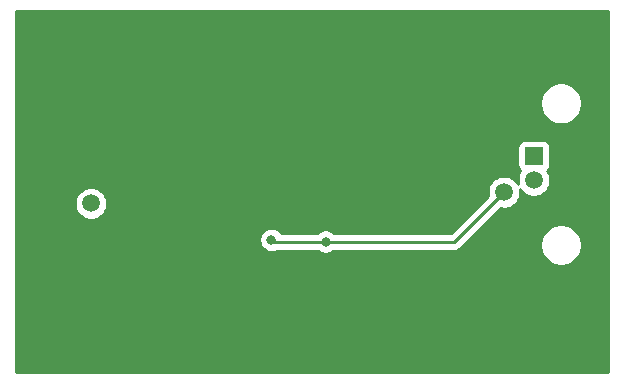
<source format=gbr>
%TF.GenerationSoftware,KiCad,Pcbnew,5.1.9*%
%TF.CreationDate,2021-04-12T10:51:11+02:00*%
%TF.ProjectId,piezo,7069657a-6f2e-46b6-9963-61645f706362,rev?*%
%TF.SameCoordinates,Original*%
%TF.FileFunction,Copper,L2,Bot*%
%TF.FilePolarity,Positive*%
%FSLAX46Y46*%
G04 Gerber Fmt 4.6, Leading zero omitted, Abs format (unit mm)*
G04 Created by KiCad (PCBNEW 5.1.9) date 2021-04-12 10:51:11*
%MOMM*%
%LPD*%
G01*
G04 APERTURE LIST*
%TA.AperFunction,ComponentPad*%
%ADD10C,1.500000*%
%TD*%
%TA.AperFunction,ComponentPad*%
%ADD11R,1.500000X1.500000*%
%TD*%
%TA.AperFunction,ComponentPad*%
%ADD12C,3.800000*%
%TD*%
%TA.AperFunction,ViaPad*%
%ADD13C,0.800000*%
%TD*%
%TA.AperFunction,Conductor*%
%ADD14C,0.250000*%
%TD*%
%TA.AperFunction,Conductor*%
%ADD15C,0.254000*%
%TD*%
%TA.AperFunction,Conductor*%
%ADD16C,0.100000*%
%TD*%
G04 APERTURE END LIST*
D10*
%TO.P,X1,1*%
%TO.N,Net-(D1-Pad2)*%
X105000000Y-134500000D03*
%TO.P,X1,2*%
%TO.N,GND*%
X105000000Y-129600000D03*
%TD*%
D11*
%TO.P,J1,1*%
%TO.N,Net-(C4-Pad1)*%
X142500000Y-130500000D03*
D10*
%TO.P,J1,2*%
%TO.N,GND*%
X139960000Y-131520000D03*
%TO.P,J1,3*%
%TO.N,Net-(J1-Pad3)*%
X142500000Y-132540000D03*
%TO.P,J1,4*%
%TO.N,VCC*%
X139960000Y-133560000D03*
%TD*%
D12*
%TO.P,J2,1*%
%TO.N,GND*%
X145500000Y-121500000D03*
%TD*%
%TO.P,J3,1*%
%TO.N,GND*%
X145500000Y-145000000D03*
%TD*%
%TO.P,J4,1*%
%TO.N,GND*%
X102500000Y-121500000D03*
%TD*%
%TO.P,J5,1*%
%TO.N,GND*%
X102000000Y-145500000D03*
%TD*%
D13*
%TO.N,GND*%
X136000000Y-133500000D03*
X121000000Y-134500000D03*
X116000000Y-126000000D03*
%TO.N,VCC*%
X120267500Y-137592800D03*
X124864500Y-137749500D03*
%TD*%
D14*
%TO.N,VCC*%
X124864500Y-137749500D02*
X120424200Y-137749500D01*
X120424200Y-137749500D02*
X120267500Y-137592800D01*
X139960000Y-133560000D02*
X135770500Y-137749500D01*
X135770500Y-137749500D02*
X124864500Y-137749500D01*
%TD*%
D15*
%TO.N,GND*%
X148815000Y-123533646D02*
X148815001Y-123533656D01*
X148815000Y-148815000D01*
X98685000Y-148815000D01*
X98685000Y-137490861D01*
X119232500Y-137490861D01*
X119232500Y-137694739D01*
X119272274Y-137894698D01*
X119350295Y-138083056D01*
X119463563Y-138252574D01*
X119607726Y-138396737D01*
X119777244Y-138510005D01*
X119965602Y-138588026D01*
X120165561Y-138627800D01*
X120369439Y-138627800D01*
X120569398Y-138588026D01*
X120757756Y-138510005D01*
X120758512Y-138509500D01*
X124160789Y-138509500D01*
X124204726Y-138553437D01*
X124374244Y-138666705D01*
X124562602Y-138744726D01*
X124762561Y-138784500D01*
X124966439Y-138784500D01*
X125166398Y-138744726D01*
X125354756Y-138666705D01*
X125524274Y-138553437D01*
X125568211Y-138509500D01*
X135733178Y-138509500D01*
X135770500Y-138513176D01*
X135807822Y-138509500D01*
X135807833Y-138509500D01*
X135919486Y-138498503D01*
X136062747Y-138455046D01*
X136194776Y-138384474D01*
X136310501Y-138289501D01*
X136334304Y-138260497D01*
X136740608Y-137854193D01*
X143015000Y-137854193D01*
X143015000Y-138205807D01*
X143083596Y-138550665D01*
X143218153Y-138875515D01*
X143413500Y-139167871D01*
X143662129Y-139416500D01*
X143954485Y-139611847D01*
X144279335Y-139746404D01*
X144624193Y-139815000D01*
X144975807Y-139815000D01*
X145320665Y-139746404D01*
X145645515Y-139611847D01*
X145937871Y-139416500D01*
X146186500Y-139167871D01*
X146381847Y-138875515D01*
X146516404Y-138550665D01*
X146585000Y-138205807D01*
X146585000Y-137854193D01*
X146516404Y-137509335D01*
X146381847Y-137184485D01*
X146186500Y-136892129D01*
X145937871Y-136643500D01*
X145645515Y-136448153D01*
X145320665Y-136313596D01*
X144975807Y-136245000D01*
X144624193Y-136245000D01*
X144279335Y-136313596D01*
X143954485Y-136448153D01*
X143662129Y-136643500D01*
X143413500Y-136892129D01*
X143218153Y-137184485D01*
X143083596Y-137509335D01*
X143015000Y-137854193D01*
X136740608Y-137854193D01*
X139678635Y-134916167D01*
X139823589Y-134945000D01*
X140096411Y-134945000D01*
X140363989Y-134891775D01*
X140616043Y-134787371D01*
X140842886Y-134635799D01*
X141035799Y-134442886D01*
X141187371Y-134216043D01*
X141291775Y-133963989D01*
X141345000Y-133696411D01*
X141345000Y-133423589D01*
X141311229Y-133253812D01*
X141424201Y-133422886D01*
X141617114Y-133615799D01*
X141843957Y-133767371D01*
X142096011Y-133871775D01*
X142363589Y-133925000D01*
X142636411Y-133925000D01*
X142903989Y-133871775D01*
X143156043Y-133767371D01*
X143382886Y-133615799D01*
X143575799Y-133422886D01*
X143727371Y-133196043D01*
X143831775Y-132943989D01*
X143885000Y-132676411D01*
X143885000Y-132403589D01*
X143831775Y-132136011D01*
X143727371Y-131883957D01*
X143639224Y-131752035D01*
X143701185Y-131701185D01*
X143780537Y-131604494D01*
X143839502Y-131494180D01*
X143875812Y-131374482D01*
X143888072Y-131250000D01*
X143888072Y-129750000D01*
X143875812Y-129625518D01*
X143839502Y-129505820D01*
X143780537Y-129395506D01*
X143701185Y-129298815D01*
X143604494Y-129219463D01*
X143494180Y-129160498D01*
X143374482Y-129124188D01*
X143250000Y-129111928D01*
X141750000Y-129111928D01*
X141625518Y-129124188D01*
X141505820Y-129160498D01*
X141395506Y-129219463D01*
X141298815Y-129298815D01*
X141219463Y-129395506D01*
X141160498Y-129505820D01*
X141124188Y-129625518D01*
X141111928Y-129750000D01*
X141111928Y-131250000D01*
X141124188Y-131374482D01*
X141160498Y-131494180D01*
X141219463Y-131604494D01*
X141298815Y-131701185D01*
X141360776Y-131752035D01*
X141272629Y-131883957D01*
X141168225Y-132136011D01*
X141115000Y-132403589D01*
X141115000Y-132676411D01*
X141148771Y-132846188D01*
X141035799Y-132677114D01*
X140842886Y-132484201D01*
X140616043Y-132332629D01*
X140363989Y-132228225D01*
X140096411Y-132175000D01*
X139823589Y-132175000D01*
X139556011Y-132228225D01*
X139303957Y-132332629D01*
X139077114Y-132484201D01*
X138884201Y-132677114D01*
X138732629Y-132903957D01*
X138628225Y-133156011D01*
X138575000Y-133423589D01*
X138575000Y-133696411D01*
X138603833Y-133841365D01*
X135455699Y-136989500D01*
X125568211Y-136989500D01*
X125524274Y-136945563D01*
X125354756Y-136832295D01*
X125166398Y-136754274D01*
X124966439Y-136714500D01*
X124762561Y-136714500D01*
X124562602Y-136754274D01*
X124374244Y-136832295D01*
X124204726Y-136945563D01*
X124160789Y-136989500D01*
X121109172Y-136989500D01*
X121071437Y-136933026D01*
X120927274Y-136788863D01*
X120757756Y-136675595D01*
X120569398Y-136597574D01*
X120369439Y-136557800D01*
X120165561Y-136557800D01*
X119965602Y-136597574D01*
X119777244Y-136675595D01*
X119607726Y-136788863D01*
X119463563Y-136933026D01*
X119350295Y-137102544D01*
X119272274Y-137290902D01*
X119232500Y-137490861D01*
X98685000Y-137490861D01*
X98685000Y-134363589D01*
X103615000Y-134363589D01*
X103615000Y-134636411D01*
X103668225Y-134903989D01*
X103772629Y-135156043D01*
X103924201Y-135382886D01*
X104117114Y-135575799D01*
X104343957Y-135727371D01*
X104596011Y-135831775D01*
X104863589Y-135885000D01*
X105136411Y-135885000D01*
X105403989Y-135831775D01*
X105656043Y-135727371D01*
X105882886Y-135575799D01*
X106075799Y-135382886D01*
X106227371Y-135156043D01*
X106331775Y-134903989D01*
X106385000Y-134636411D01*
X106385000Y-134363589D01*
X106331775Y-134096011D01*
X106227371Y-133843957D01*
X106075799Y-133617114D01*
X105882886Y-133424201D01*
X105656043Y-133272629D01*
X105403989Y-133168225D01*
X105136411Y-133115000D01*
X104863589Y-133115000D01*
X104596011Y-133168225D01*
X104343957Y-133272629D01*
X104117114Y-133424201D01*
X103924201Y-133617114D01*
X103772629Y-133843957D01*
X103668225Y-134096011D01*
X103615000Y-134363589D01*
X98685000Y-134363589D01*
X98685000Y-125854193D01*
X143015000Y-125854193D01*
X143015000Y-126205807D01*
X143083596Y-126550665D01*
X143218153Y-126875515D01*
X143413500Y-127167871D01*
X143662129Y-127416500D01*
X143954485Y-127611847D01*
X144279335Y-127746404D01*
X144624193Y-127815000D01*
X144975807Y-127815000D01*
X145320665Y-127746404D01*
X145645515Y-127611847D01*
X145937871Y-127416500D01*
X146186500Y-127167871D01*
X146381847Y-126875515D01*
X146516404Y-126550665D01*
X146585000Y-126205807D01*
X146585000Y-125854193D01*
X146516404Y-125509335D01*
X146381847Y-125184485D01*
X146186500Y-124892129D01*
X145937871Y-124643500D01*
X145645515Y-124448153D01*
X145320665Y-124313596D01*
X144975807Y-124245000D01*
X144624193Y-124245000D01*
X144279335Y-124313596D01*
X143954485Y-124448153D01*
X143662129Y-124643500D01*
X143413500Y-124892129D01*
X143218153Y-125184485D01*
X143083596Y-125509335D01*
X143015000Y-125854193D01*
X98685000Y-125854193D01*
X98685000Y-118185000D01*
X148815001Y-118185000D01*
X148815000Y-123533646D01*
%TA.AperFunction,Conductor*%
D16*
G36*
X148815000Y-123533646D02*
G01*
X148815001Y-123533656D01*
X148815000Y-148815000D01*
X98685000Y-148815000D01*
X98685000Y-137490861D01*
X119232500Y-137490861D01*
X119232500Y-137694739D01*
X119272274Y-137894698D01*
X119350295Y-138083056D01*
X119463563Y-138252574D01*
X119607726Y-138396737D01*
X119777244Y-138510005D01*
X119965602Y-138588026D01*
X120165561Y-138627800D01*
X120369439Y-138627800D01*
X120569398Y-138588026D01*
X120757756Y-138510005D01*
X120758512Y-138509500D01*
X124160789Y-138509500D01*
X124204726Y-138553437D01*
X124374244Y-138666705D01*
X124562602Y-138744726D01*
X124762561Y-138784500D01*
X124966439Y-138784500D01*
X125166398Y-138744726D01*
X125354756Y-138666705D01*
X125524274Y-138553437D01*
X125568211Y-138509500D01*
X135733178Y-138509500D01*
X135770500Y-138513176D01*
X135807822Y-138509500D01*
X135807833Y-138509500D01*
X135919486Y-138498503D01*
X136062747Y-138455046D01*
X136194776Y-138384474D01*
X136310501Y-138289501D01*
X136334304Y-138260497D01*
X136740608Y-137854193D01*
X143015000Y-137854193D01*
X143015000Y-138205807D01*
X143083596Y-138550665D01*
X143218153Y-138875515D01*
X143413500Y-139167871D01*
X143662129Y-139416500D01*
X143954485Y-139611847D01*
X144279335Y-139746404D01*
X144624193Y-139815000D01*
X144975807Y-139815000D01*
X145320665Y-139746404D01*
X145645515Y-139611847D01*
X145937871Y-139416500D01*
X146186500Y-139167871D01*
X146381847Y-138875515D01*
X146516404Y-138550665D01*
X146585000Y-138205807D01*
X146585000Y-137854193D01*
X146516404Y-137509335D01*
X146381847Y-137184485D01*
X146186500Y-136892129D01*
X145937871Y-136643500D01*
X145645515Y-136448153D01*
X145320665Y-136313596D01*
X144975807Y-136245000D01*
X144624193Y-136245000D01*
X144279335Y-136313596D01*
X143954485Y-136448153D01*
X143662129Y-136643500D01*
X143413500Y-136892129D01*
X143218153Y-137184485D01*
X143083596Y-137509335D01*
X143015000Y-137854193D01*
X136740608Y-137854193D01*
X139678635Y-134916167D01*
X139823589Y-134945000D01*
X140096411Y-134945000D01*
X140363989Y-134891775D01*
X140616043Y-134787371D01*
X140842886Y-134635799D01*
X141035799Y-134442886D01*
X141187371Y-134216043D01*
X141291775Y-133963989D01*
X141345000Y-133696411D01*
X141345000Y-133423589D01*
X141311229Y-133253812D01*
X141424201Y-133422886D01*
X141617114Y-133615799D01*
X141843957Y-133767371D01*
X142096011Y-133871775D01*
X142363589Y-133925000D01*
X142636411Y-133925000D01*
X142903989Y-133871775D01*
X143156043Y-133767371D01*
X143382886Y-133615799D01*
X143575799Y-133422886D01*
X143727371Y-133196043D01*
X143831775Y-132943989D01*
X143885000Y-132676411D01*
X143885000Y-132403589D01*
X143831775Y-132136011D01*
X143727371Y-131883957D01*
X143639224Y-131752035D01*
X143701185Y-131701185D01*
X143780537Y-131604494D01*
X143839502Y-131494180D01*
X143875812Y-131374482D01*
X143888072Y-131250000D01*
X143888072Y-129750000D01*
X143875812Y-129625518D01*
X143839502Y-129505820D01*
X143780537Y-129395506D01*
X143701185Y-129298815D01*
X143604494Y-129219463D01*
X143494180Y-129160498D01*
X143374482Y-129124188D01*
X143250000Y-129111928D01*
X141750000Y-129111928D01*
X141625518Y-129124188D01*
X141505820Y-129160498D01*
X141395506Y-129219463D01*
X141298815Y-129298815D01*
X141219463Y-129395506D01*
X141160498Y-129505820D01*
X141124188Y-129625518D01*
X141111928Y-129750000D01*
X141111928Y-131250000D01*
X141124188Y-131374482D01*
X141160498Y-131494180D01*
X141219463Y-131604494D01*
X141298815Y-131701185D01*
X141360776Y-131752035D01*
X141272629Y-131883957D01*
X141168225Y-132136011D01*
X141115000Y-132403589D01*
X141115000Y-132676411D01*
X141148771Y-132846188D01*
X141035799Y-132677114D01*
X140842886Y-132484201D01*
X140616043Y-132332629D01*
X140363989Y-132228225D01*
X140096411Y-132175000D01*
X139823589Y-132175000D01*
X139556011Y-132228225D01*
X139303957Y-132332629D01*
X139077114Y-132484201D01*
X138884201Y-132677114D01*
X138732629Y-132903957D01*
X138628225Y-133156011D01*
X138575000Y-133423589D01*
X138575000Y-133696411D01*
X138603833Y-133841365D01*
X135455699Y-136989500D01*
X125568211Y-136989500D01*
X125524274Y-136945563D01*
X125354756Y-136832295D01*
X125166398Y-136754274D01*
X124966439Y-136714500D01*
X124762561Y-136714500D01*
X124562602Y-136754274D01*
X124374244Y-136832295D01*
X124204726Y-136945563D01*
X124160789Y-136989500D01*
X121109172Y-136989500D01*
X121071437Y-136933026D01*
X120927274Y-136788863D01*
X120757756Y-136675595D01*
X120569398Y-136597574D01*
X120369439Y-136557800D01*
X120165561Y-136557800D01*
X119965602Y-136597574D01*
X119777244Y-136675595D01*
X119607726Y-136788863D01*
X119463563Y-136933026D01*
X119350295Y-137102544D01*
X119272274Y-137290902D01*
X119232500Y-137490861D01*
X98685000Y-137490861D01*
X98685000Y-134363589D01*
X103615000Y-134363589D01*
X103615000Y-134636411D01*
X103668225Y-134903989D01*
X103772629Y-135156043D01*
X103924201Y-135382886D01*
X104117114Y-135575799D01*
X104343957Y-135727371D01*
X104596011Y-135831775D01*
X104863589Y-135885000D01*
X105136411Y-135885000D01*
X105403989Y-135831775D01*
X105656043Y-135727371D01*
X105882886Y-135575799D01*
X106075799Y-135382886D01*
X106227371Y-135156043D01*
X106331775Y-134903989D01*
X106385000Y-134636411D01*
X106385000Y-134363589D01*
X106331775Y-134096011D01*
X106227371Y-133843957D01*
X106075799Y-133617114D01*
X105882886Y-133424201D01*
X105656043Y-133272629D01*
X105403989Y-133168225D01*
X105136411Y-133115000D01*
X104863589Y-133115000D01*
X104596011Y-133168225D01*
X104343957Y-133272629D01*
X104117114Y-133424201D01*
X103924201Y-133617114D01*
X103772629Y-133843957D01*
X103668225Y-134096011D01*
X103615000Y-134363589D01*
X98685000Y-134363589D01*
X98685000Y-125854193D01*
X143015000Y-125854193D01*
X143015000Y-126205807D01*
X143083596Y-126550665D01*
X143218153Y-126875515D01*
X143413500Y-127167871D01*
X143662129Y-127416500D01*
X143954485Y-127611847D01*
X144279335Y-127746404D01*
X144624193Y-127815000D01*
X144975807Y-127815000D01*
X145320665Y-127746404D01*
X145645515Y-127611847D01*
X145937871Y-127416500D01*
X146186500Y-127167871D01*
X146381847Y-126875515D01*
X146516404Y-126550665D01*
X146585000Y-126205807D01*
X146585000Y-125854193D01*
X146516404Y-125509335D01*
X146381847Y-125184485D01*
X146186500Y-124892129D01*
X145937871Y-124643500D01*
X145645515Y-124448153D01*
X145320665Y-124313596D01*
X144975807Y-124245000D01*
X144624193Y-124245000D01*
X144279335Y-124313596D01*
X143954485Y-124448153D01*
X143662129Y-124643500D01*
X143413500Y-124892129D01*
X143218153Y-125184485D01*
X143083596Y-125509335D01*
X143015000Y-125854193D01*
X98685000Y-125854193D01*
X98685000Y-118185000D01*
X148815001Y-118185000D01*
X148815000Y-123533646D01*
G37*
%TD.AperFunction*%
%TD*%
D15*
%TO.N,GND*%
X148815000Y-123533646D02*
X148815001Y-123533656D01*
X148815000Y-148815000D01*
X98685000Y-148815000D01*
X98685000Y-137490861D01*
X119232500Y-137490861D01*
X119232500Y-137694739D01*
X119272274Y-137894698D01*
X119350295Y-138083056D01*
X119463563Y-138252574D01*
X119607726Y-138396737D01*
X119777244Y-138510005D01*
X119965602Y-138588026D01*
X120165561Y-138627800D01*
X120369439Y-138627800D01*
X120569398Y-138588026D01*
X120757756Y-138510005D01*
X120758512Y-138509500D01*
X124160789Y-138509500D01*
X124204726Y-138553437D01*
X124374244Y-138666705D01*
X124562602Y-138744726D01*
X124762561Y-138784500D01*
X124966439Y-138784500D01*
X125166398Y-138744726D01*
X125354756Y-138666705D01*
X125524274Y-138553437D01*
X125568211Y-138509500D01*
X135733178Y-138509500D01*
X135770500Y-138513176D01*
X135807822Y-138509500D01*
X135807833Y-138509500D01*
X135919486Y-138498503D01*
X136062747Y-138455046D01*
X136194776Y-138384474D01*
X136310501Y-138289501D01*
X136334304Y-138260497D01*
X136740608Y-137854193D01*
X143015000Y-137854193D01*
X143015000Y-138205807D01*
X143083596Y-138550665D01*
X143218153Y-138875515D01*
X143413500Y-139167871D01*
X143662129Y-139416500D01*
X143954485Y-139611847D01*
X144279335Y-139746404D01*
X144624193Y-139815000D01*
X144975807Y-139815000D01*
X145320665Y-139746404D01*
X145645515Y-139611847D01*
X145937871Y-139416500D01*
X146186500Y-139167871D01*
X146381847Y-138875515D01*
X146516404Y-138550665D01*
X146585000Y-138205807D01*
X146585000Y-137854193D01*
X146516404Y-137509335D01*
X146381847Y-137184485D01*
X146186500Y-136892129D01*
X145937871Y-136643500D01*
X145645515Y-136448153D01*
X145320665Y-136313596D01*
X144975807Y-136245000D01*
X144624193Y-136245000D01*
X144279335Y-136313596D01*
X143954485Y-136448153D01*
X143662129Y-136643500D01*
X143413500Y-136892129D01*
X143218153Y-137184485D01*
X143083596Y-137509335D01*
X143015000Y-137854193D01*
X136740608Y-137854193D01*
X139678635Y-134916167D01*
X139823589Y-134945000D01*
X140096411Y-134945000D01*
X140363989Y-134891775D01*
X140616043Y-134787371D01*
X140842886Y-134635799D01*
X141035799Y-134442886D01*
X141187371Y-134216043D01*
X141291775Y-133963989D01*
X141345000Y-133696411D01*
X141345000Y-133423589D01*
X141311229Y-133253812D01*
X141424201Y-133422886D01*
X141617114Y-133615799D01*
X141843957Y-133767371D01*
X142096011Y-133871775D01*
X142363589Y-133925000D01*
X142636411Y-133925000D01*
X142903989Y-133871775D01*
X143156043Y-133767371D01*
X143382886Y-133615799D01*
X143575799Y-133422886D01*
X143727371Y-133196043D01*
X143831775Y-132943989D01*
X143885000Y-132676411D01*
X143885000Y-132403589D01*
X143831775Y-132136011D01*
X143727371Y-131883957D01*
X143639224Y-131752035D01*
X143701185Y-131701185D01*
X143780537Y-131604494D01*
X143839502Y-131494180D01*
X143875812Y-131374482D01*
X143888072Y-131250000D01*
X143888072Y-129750000D01*
X143875812Y-129625518D01*
X143839502Y-129505820D01*
X143780537Y-129395506D01*
X143701185Y-129298815D01*
X143604494Y-129219463D01*
X143494180Y-129160498D01*
X143374482Y-129124188D01*
X143250000Y-129111928D01*
X141750000Y-129111928D01*
X141625518Y-129124188D01*
X141505820Y-129160498D01*
X141395506Y-129219463D01*
X141298815Y-129298815D01*
X141219463Y-129395506D01*
X141160498Y-129505820D01*
X141124188Y-129625518D01*
X141111928Y-129750000D01*
X141111928Y-131250000D01*
X141124188Y-131374482D01*
X141160498Y-131494180D01*
X141219463Y-131604494D01*
X141298815Y-131701185D01*
X141360776Y-131752035D01*
X141272629Y-131883957D01*
X141168225Y-132136011D01*
X141115000Y-132403589D01*
X141115000Y-132676411D01*
X141148771Y-132846188D01*
X141035799Y-132677114D01*
X140842886Y-132484201D01*
X140616043Y-132332629D01*
X140363989Y-132228225D01*
X140096411Y-132175000D01*
X139823589Y-132175000D01*
X139556011Y-132228225D01*
X139303957Y-132332629D01*
X139077114Y-132484201D01*
X138884201Y-132677114D01*
X138732629Y-132903957D01*
X138628225Y-133156011D01*
X138575000Y-133423589D01*
X138575000Y-133696411D01*
X138603833Y-133841365D01*
X135455699Y-136989500D01*
X125568211Y-136989500D01*
X125524274Y-136945563D01*
X125354756Y-136832295D01*
X125166398Y-136754274D01*
X124966439Y-136714500D01*
X124762561Y-136714500D01*
X124562602Y-136754274D01*
X124374244Y-136832295D01*
X124204726Y-136945563D01*
X124160789Y-136989500D01*
X121109172Y-136989500D01*
X121071437Y-136933026D01*
X120927274Y-136788863D01*
X120757756Y-136675595D01*
X120569398Y-136597574D01*
X120369439Y-136557800D01*
X120165561Y-136557800D01*
X119965602Y-136597574D01*
X119777244Y-136675595D01*
X119607726Y-136788863D01*
X119463563Y-136933026D01*
X119350295Y-137102544D01*
X119272274Y-137290902D01*
X119232500Y-137490861D01*
X98685000Y-137490861D01*
X98685000Y-134363589D01*
X103615000Y-134363589D01*
X103615000Y-134636411D01*
X103668225Y-134903989D01*
X103772629Y-135156043D01*
X103924201Y-135382886D01*
X104117114Y-135575799D01*
X104343957Y-135727371D01*
X104596011Y-135831775D01*
X104863589Y-135885000D01*
X105136411Y-135885000D01*
X105403989Y-135831775D01*
X105656043Y-135727371D01*
X105882886Y-135575799D01*
X106075799Y-135382886D01*
X106227371Y-135156043D01*
X106331775Y-134903989D01*
X106385000Y-134636411D01*
X106385000Y-134363589D01*
X106331775Y-134096011D01*
X106227371Y-133843957D01*
X106075799Y-133617114D01*
X105882886Y-133424201D01*
X105656043Y-133272629D01*
X105403989Y-133168225D01*
X105136411Y-133115000D01*
X104863589Y-133115000D01*
X104596011Y-133168225D01*
X104343957Y-133272629D01*
X104117114Y-133424201D01*
X103924201Y-133617114D01*
X103772629Y-133843957D01*
X103668225Y-134096011D01*
X103615000Y-134363589D01*
X98685000Y-134363589D01*
X98685000Y-125854193D01*
X143015000Y-125854193D01*
X143015000Y-126205807D01*
X143083596Y-126550665D01*
X143218153Y-126875515D01*
X143413500Y-127167871D01*
X143662129Y-127416500D01*
X143954485Y-127611847D01*
X144279335Y-127746404D01*
X144624193Y-127815000D01*
X144975807Y-127815000D01*
X145320665Y-127746404D01*
X145645515Y-127611847D01*
X145937871Y-127416500D01*
X146186500Y-127167871D01*
X146381847Y-126875515D01*
X146516404Y-126550665D01*
X146585000Y-126205807D01*
X146585000Y-125854193D01*
X146516404Y-125509335D01*
X146381847Y-125184485D01*
X146186500Y-124892129D01*
X145937871Y-124643500D01*
X145645515Y-124448153D01*
X145320665Y-124313596D01*
X144975807Y-124245000D01*
X144624193Y-124245000D01*
X144279335Y-124313596D01*
X143954485Y-124448153D01*
X143662129Y-124643500D01*
X143413500Y-124892129D01*
X143218153Y-125184485D01*
X143083596Y-125509335D01*
X143015000Y-125854193D01*
X98685000Y-125854193D01*
X98685000Y-118185000D01*
X148815001Y-118185000D01*
X148815000Y-123533646D01*
%TA.AperFunction,Conductor*%
D16*
G36*
X148815000Y-123533646D02*
G01*
X148815001Y-123533656D01*
X148815000Y-148815000D01*
X98685000Y-148815000D01*
X98685000Y-137490861D01*
X119232500Y-137490861D01*
X119232500Y-137694739D01*
X119272274Y-137894698D01*
X119350295Y-138083056D01*
X119463563Y-138252574D01*
X119607726Y-138396737D01*
X119777244Y-138510005D01*
X119965602Y-138588026D01*
X120165561Y-138627800D01*
X120369439Y-138627800D01*
X120569398Y-138588026D01*
X120757756Y-138510005D01*
X120758512Y-138509500D01*
X124160789Y-138509500D01*
X124204726Y-138553437D01*
X124374244Y-138666705D01*
X124562602Y-138744726D01*
X124762561Y-138784500D01*
X124966439Y-138784500D01*
X125166398Y-138744726D01*
X125354756Y-138666705D01*
X125524274Y-138553437D01*
X125568211Y-138509500D01*
X135733178Y-138509500D01*
X135770500Y-138513176D01*
X135807822Y-138509500D01*
X135807833Y-138509500D01*
X135919486Y-138498503D01*
X136062747Y-138455046D01*
X136194776Y-138384474D01*
X136310501Y-138289501D01*
X136334304Y-138260497D01*
X136740608Y-137854193D01*
X143015000Y-137854193D01*
X143015000Y-138205807D01*
X143083596Y-138550665D01*
X143218153Y-138875515D01*
X143413500Y-139167871D01*
X143662129Y-139416500D01*
X143954485Y-139611847D01*
X144279335Y-139746404D01*
X144624193Y-139815000D01*
X144975807Y-139815000D01*
X145320665Y-139746404D01*
X145645515Y-139611847D01*
X145937871Y-139416500D01*
X146186500Y-139167871D01*
X146381847Y-138875515D01*
X146516404Y-138550665D01*
X146585000Y-138205807D01*
X146585000Y-137854193D01*
X146516404Y-137509335D01*
X146381847Y-137184485D01*
X146186500Y-136892129D01*
X145937871Y-136643500D01*
X145645515Y-136448153D01*
X145320665Y-136313596D01*
X144975807Y-136245000D01*
X144624193Y-136245000D01*
X144279335Y-136313596D01*
X143954485Y-136448153D01*
X143662129Y-136643500D01*
X143413500Y-136892129D01*
X143218153Y-137184485D01*
X143083596Y-137509335D01*
X143015000Y-137854193D01*
X136740608Y-137854193D01*
X139678635Y-134916167D01*
X139823589Y-134945000D01*
X140096411Y-134945000D01*
X140363989Y-134891775D01*
X140616043Y-134787371D01*
X140842886Y-134635799D01*
X141035799Y-134442886D01*
X141187371Y-134216043D01*
X141291775Y-133963989D01*
X141345000Y-133696411D01*
X141345000Y-133423589D01*
X141311229Y-133253812D01*
X141424201Y-133422886D01*
X141617114Y-133615799D01*
X141843957Y-133767371D01*
X142096011Y-133871775D01*
X142363589Y-133925000D01*
X142636411Y-133925000D01*
X142903989Y-133871775D01*
X143156043Y-133767371D01*
X143382886Y-133615799D01*
X143575799Y-133422886D01*
X143727371Y-133196043D01*
X143831775Y-132943989D01*
X143885000Y-132676411D01*
X143885000Y-132403589D01*
X143831775Y-132136011D01*
X143727371Y-131883957D01*
X143639224Y-131752035D01*
X143701185Y-131701185D01*
X143780537Y-131604494D01*
X143839502Y-131494180D01*
X143875812Y-131374482D01*
X143888072Y-131250000D01*
X143888072Y-129750000D01*
X143875812Y-129625518D01*
X143839502Y-129505820D01*
X143780537Y-129395506D01*
X143701185Y-129298815D01*
X143604494Y-129219463D01*
X143494180Y-129160498D01*
X143374482Y-129124188D01*
X143250000Y-129111928D01*
X141750000Y-129111928D01*
X141625518Y-129124188D01*
X141505820Y-129160498D01*
X141395506Y-129219463D01*
X141298815Y-129298815D01*
X141219463Y-129395506D01*
X141160498Y-129505820D01*
X141124188Y-129625518D01*
X141111928Y-129750000D01*
X141111928Y-131250000D01*
X141124188Y-131374482D01*
X141160498Y-131494180D01*
X141219463Y-131604494D01*
X141298815Y-131701185D01*
X141360776Y-131752035D01*
X141272629Y-131883957D01*
X141168225Y-132136011D01*
X141115000Y-132403589D01*
X141115000Y-132676411D01*
X141148771Y-132846188D01*
X141035799Y-132677114D01*
X140842886Y-132484201D01*
X140616043Y-132332629D01*
X140363989Y-132228225D01*
X140096411Y-132175000D01*
X139823589Y-132175000D01*
X139556011Y-132228225D01*
X139303957Y-132332629D01*
X139077114Y-132484201D01*
X138884201Y-132677114D01*
X138732629Y-132903957D01*
X138628225Y-133156011D01*
X138575000Y-133423589D01*
X138575000Y-133696411D01*
X138603833Y-133841365D01*
X135455699Y-136989500D01*
X125568211Y-136989500D01*
X125524274Y-136945563D01*
X125354756Y-136832295D01*
X125166398Y-136754274D01*
X124966439Y-136714500D01*
X124762561Y-136714500D01*
X124562602Y-136754274D01*
X124374244Y-136832295D01*
X124204726Y-136945563D01*
X124160789Y-136989500D01*
X121109172Y-136989500D01*
X121071437Y-136933026D01*
X120927274Y-136788863D01*
X120757756Y-136675595D01*
X120569398Y-136597574D01*
X120369439Y-136557800D01*
X120165561Y-136557800D01*
X119965602Y-136597574D01*
X119777244Y-136675595D01*
X119607726Y-136788863D01*
X119463563Y-136933026D01*
X119350295Y-137102544D01*
X119272274Y-137290902D01*
X119232500Y-137490861D01*
X98685000Y-137490861D01*
X98685000Y-134363589D01*
X103615000Y-134363589D01*
X103615000Y-134636411D01*
X103668225Y-134903989D01*
X103772629Y-135156043D01*
X103924201Y-135382886D01*
X104117114Y-135575799D01*
X104343957Y-135727371D01*
X104596011Y-135831775D01*
X104863589Y-135885000D01*
X105136411Y-135885000D01*
X105403989Y-135831775D01*
X105656043Y-135727371D01*
X105882886Y-135575799D01*
X106075799Y-135382886D01*
X106227371Y-135156043D01*
X106331775Y-134903989D01*
X106385000Y-134636411D01*
X106385000Y-134363589D01*
X106331775Y-134096011D01*
X106227371Y-133843957D01*
X106075799Y-133617114D01*
X105882886Y-133424201D01*
X105656043Y-133272629D01*
X105403989Y-133168225D01*
X105136411Y-133115000D01*
X104863589Y-133115000D01*
X104596011Y-133168225D01*
X104343957Y-133272629D01*
X104117114Y-133424201D01*
X103924201Y-133617114D01*
X103772629Y-133843957D01*
X103668225Y-134096011D01*
X103615000Y-134363589D01*
X98685000Y-134363589D01*
X98685000Y-125854193D01*
X143015000Y-125854193D01*
X143015000Y-126205807D01*
X143083596Y-126550665D01*
X143218153Y-126875515D01*
X143413500Y-127167871D01*
X143662129Y-127416500D01*
X143954485Y-127611847D01*
X144279335Y-127746404D01*
X144624193Y-127815000D01*
X144975807Y-127815000D01*
X145320665Y-127746404D01*
X145645515Y-127611847D01*
X145937871Y-127416500D01*
X146186500Y-127167871D01*
X146381847Y-126875515D01*
X146516404Y-126550665D01*
X146585000Y-126205807D01*
X146585000Y-125854193D01*
X146516404Y-125509335D01*
X146381847Y-125184485D01*
X146186500Y-124892129D01*
X145937871Y-124643500D01*
X145645515Y-124448153D01*
X145320665Y-124313596D01*
X144975807Y-124245000D01*
X144624193Y-124245000D01*
X144279335Y-124313596D01*
X143954485Y-124448153D01*
X143662129Y-124643500D01*
X143413500Y-124892129D01*
X143218153Y-125184485D01*
X143083596Y-125509335D01*
X143015000Y-125854193D01*
X98685000Y-125854193D01*
X98685000Y-118185000D01*
X148815001Y-118185000D01*
X148815000Y-123533646D01*
G37*
%TD.AperFunction*%
%TD*%
M02*

</source>
